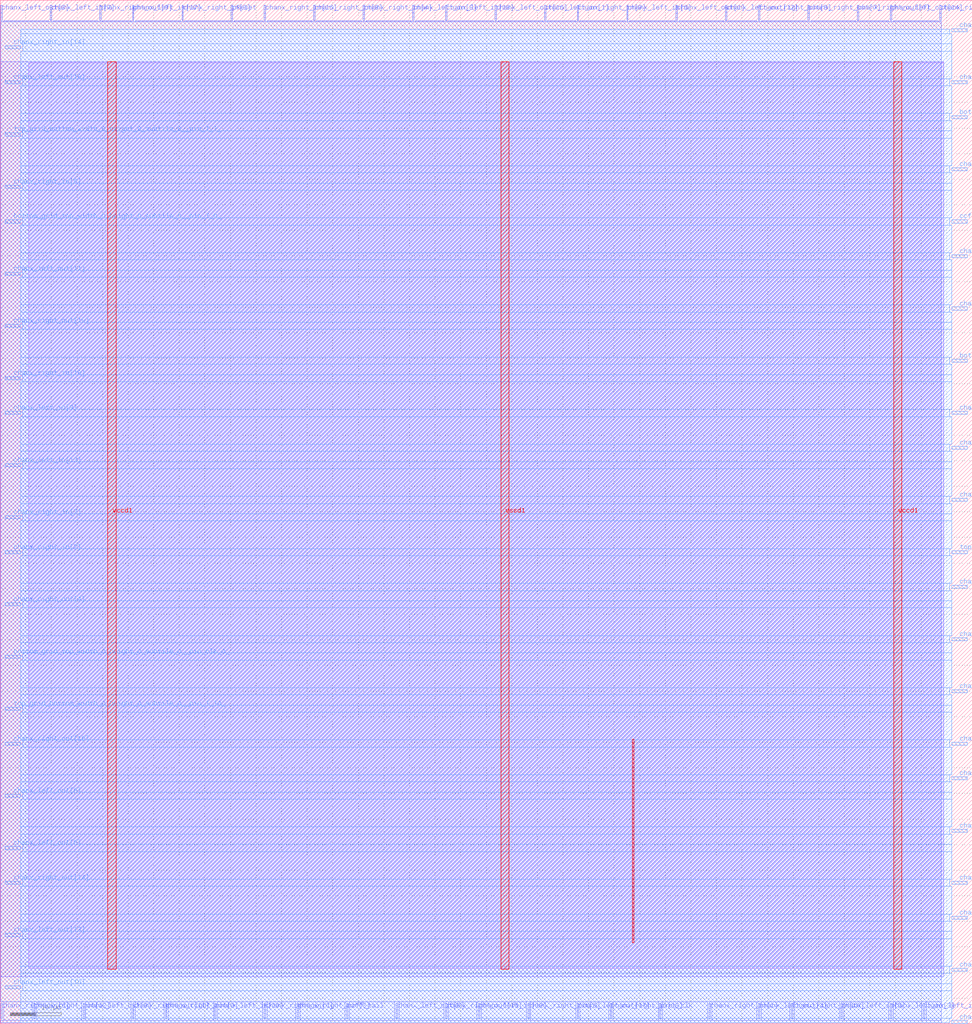
<source format=lef>
VERSION 5.7 ;
  NOWIREEXTENSIONATPIN ON ;
  DIVIDERCHAR "/" ;
  BUSBITCHARS "[]" ;
MACRO cbx_1__1_
  CLASS BLOCK ;
  FOREIGN cbx_1__1_ ;
  ORIGIN 0.000 0.000 ;
  SIZE 190.000 BY 200.000 ;
  PIN bottom_grid_top_width_0_height_0_subtile_0__pin_I_0_
    DIRECTION OUTPUT TRISTATE ;
    USE SIGNAL ;
    PORT
      LAYER met3 ;
        RECT 1.000 156.440 4.000 157.040 ;
    END
  END bottom_grid_top_width_0_height_0_subtile_0__pin_I_0_
  PIN bottom_grid_top_width_0_height_0_subtile_0__pin_I_4_
    DIRECTION OUTPUT TRISTATE ;
    USE SIGNAL ;
    PORT
      LAYER met3 ;
        RECT 186.000 129.240 189.000 129.840 ;
    END
  END bottom_grid_top_width_0_height_0_subtile_0__pin_I_4_
  PIN bottom_grid_top_width_0_height_0_subtile_0__pin_I_8_
    DIRECTION OUTPUT TRISTATE ;
    USE SIGNAL ;
    PORT
      LAYER met3 ;
        RECT 186.000 176.840 189.000 177.440 ;
    END
  END bottom_grid_top_width_0_height_0_subtile_0__pin_I_8_
  PIN bottom_grid_top_width_0_height_0_subtile_0__pin_clk_0_
    DIRECTION OUTPUT TRISTATE ;
    USE SIGNAL ;
    PORT
      LAYER met3 ;
        RECT 1.000 71.440 4.000 72.040 ;
    END
  END bottom_grid_top_width_0_height_0_subtile_0__pin_clk_0_
  PIN ccff_head
    DIRECTION INPUT ;
    USE SIGNAL ;
    PORT
      LAYER met3 ;
        RECT 186.000 156.440 189.000 157.040 ;
    END
  END ccff_head
  PIN ccff_tail
    DIRECTION OUTPUT TRISTATE ;
    USE SIGNAL ;
    PORT
      LAYER met2 ;
        RECT 67.710 1.000 67.990 4.000 ;
    END
  END ccff_tail
  PIN chanx_left_in[0]
    DIRECTION INPUT ;
    USE SIGNAL ;
    PORT
      LAYER met3 ;
        RECT 186.000 37.440 189.000 38.040 ;
    END
  END chanx_left_in[0]
  PIN chanx_left_in[10]
    DIRECTION INPUT ;
    USE SIGNAL ;
    PORT
      LAYER met2 ;
        RECT 41.950 1.000 42.230 4.000 ;
    END
  END chanx_left_in[10]
  PIN chanx_left_in[11]
    DIRECTION INPUT ;
    USE SIGNAL ;
    PORT
      LAYER met3 ;
        RECT 186.000 139.440 189.000 140.040 ;
    END
  END chanx_left_in[11]
  PIN chanx_left_in[12]
    DIRECTION INPUT ;
    USE SIGNAL ;
    PORT
      LAYER met2 ;
        RECT 93.470 1.000 93.750 4.000 ;
    END
  END chanx_left_in[12]
  PIN chanx_left_in[13]
    DIRECTION INPUT ;
    USE SIGNAL ;
    PORT
      LAYER met3 ;
        RECT 1.000 108.840 4.000 109.440 ;
    END
  END chanx_left_in[13]
  PIN chanx_left_in[14]
    DIRECTION INPUT ;
    USE SIGNAL ;
    PORT
      LAYER met3 ;
        RECT 186.000 193.840 189.000 194.440 ;
    END
  END chanx_left_in[14]
  PIN chanx_left_in[15]
    DIRECTION INPUT ;
    USE SIGNAL ;
    PORT
      LAYER met3 ;
        RECT 186.000 119.040 189.000 119.640 ;
    END
  END chanx_left_in[15]
  PIN chanx_left_in[16]
    DIRECTION INPUT ;
    USE SIGNAL ;
    PORT
      LAYER met2 ;
        RECT 180.410 1.000 180.690 4.000 ;
    END
  END chanx_left_in[16]
  PIN chanx_left_in[17]
    DIRECTION INPUT ;
    USE SIGNAL ;
    PORT
      LAYER met2 ;
        RECT 25.850 196.000 26.130 199.000 ;
    END
  END chanx_left_in[17]
  PIN chanx_left_in[18]
    DIRECTION INPUT ;
    USE SIGNAL ;
    PORT
      LAYER met2 ;
        RECT 87.030 196.000 87.310 199.000 ;
    END
  END chanx_left_in[18]
  PIN chanx_left_in[1]
    DIRECTION INPUT ;
    USE SIGNAL ;
    PORT
      LAYER met2 ;
        RECT 106.350 196.000 106.630 199.000 ;
    END
  END chanx_left_in[1]
  PIN chanx_left_in[2]
    DIRECTION INPUT ;
    USE SIGNAL ;
    PORT
      LAYER met3 ;
        RECT 186.000 10.240 189.000 10.840 ;
    END
  END chanx_left_in[2]
  PIN chanx_left_in[3]
    DIRECTION INPUT ;
    USE SIGNAL ;
    PORT
      LAYER met2 ;
        RECT 173.970 1.000 174.250 4.000 ;
    END
  END chanx_left_in[3]
  PIN chanx_left_in[4]
    DIRECTION INPUT ;
    USE SIGNAL ;
    PORT
      LAYER met3 ;
        RECT 186.000 74.840 189.000 75.440 ;
    END
  END chanx_left_in[4]
  PIN chanx_left_in[5]
    DIRECTION INPUT ;
    USE SIGNAL ;
    PORT
      LAYER met2 ;
        RECT 164.310 1.000 164.590 4.000 ;
    END
  END chanx_left_in[5]
  PIN chanx_left_in[6]
    DIRECTION INPUT ;
    USE SIGNAL ;
    PORT
      LAYER met2 ;
        RECT 122.450 196.000 122.730 199.000 ;
    END
  END chanx_left_in[6]
  PIN chanx_left_in[7]
    DIRECTION INPUT ;
    USE SIGNAL ;
    PORT
      LAYER met2 ;
        RECT 9.750 196.000 10.030 199.000 ;
    END
  END chanx_left_in[7]
  PIN chanx_left_in[8]
    DIRECTION INPUT ;
    USE SIGNAL ;
    PORT
      LAYER met2 ;
        RECT 80.590 196.000 80.870 199.000 ;
    END
  END chanx_left_in[8]
  PIN chanx_left_in[9]
    DIRECTION INPUT ;
    USE SIGNAL ;
    PORT
      LAYER met3 ;
        RECT 1.000 119.040 4.000 119.640 ;
    END
  END chanx_left_in[9]
  PIN chanx_left_out[0]
    DIRECTION OUTPUT TRISTATE ;
    USE SIGNAL ;
    PORT
      LAYER met3 ;
        RECT 186.000 149.640 189.000 150.240 ;
    END
  END chanx_left_out[0]
  PIN chanx_left_out[10]
    DIRECTION OUTPUT TRISTATE ;
    USE SIGNAL ;
    PORT
      LAYER met3 ;
        RECT 1.000 6.840 4.000 7.440 ;
    END
  END chanx_left_out[10]
  PIN chanx_left_out[11]
    DIRECTION OUTPUT TRISTATE ;
    USE SIGNAL ;
    PORT
      LAYER met3 ;
        RECT 1.000 146.240 4.000 146.840 ;
    END
  END chanx_left_out[11]
  PIN chanx_left_out[12]
    DIRECTION OUTPUT TRISTATE ;
    USE SIGNAL ;
    PORT
      LAYER met2 ;
        RECT 141.770 196.000 142.050 199.000 ;
    END
  END chanx_left_out[12]
  PIN chanx_left_out[13]
    DIRECTION OUTPUT TRISTATE ;
    USE SIGNAL ;
    PORT
      LAYER met3 ;
        RECT 1.000 17.040 4.000 17.640 ;
    END
  END chanx_left_out[13]
  PIN chanx_left_out[14]
    DIRECTION OUTPUT TRISTATE ;
    USE SIGNAL ;
    PORT
      LAYER met2 ;
        RECT 173.970 196.000 174.250 199.000 ;
    END
  END chanx_left_out[14]
  PIN chanx_left_out[15]
    DIRECTION OUTPUT TRISTATE ;
    USE SIGNAL ;
    PORT
      LAYER met3 ;
        RECT 186.000 85.040 189.000 85.640 ;
    END
  END chanx_left_out[15]
  PIN chanx_left_out[16]
    DIRECTION OUTPUT TRISTATE ;
    USE SIGNAL ;
    PORT
      LAYER met2 ;
        RECT 96.690 196.000 96.970 199.000 ;
    END
  END chanx_left_out[16]
  PIN chanx_left_out[17]
    DIRECTION OUTPUT TRISTATE ;
    USE SIGNAL ;
    PORT
      LAYER met2 ;
        RECT 112.790 1.000 113.070 4.000 ;
    END
  END chanx_left_out[17]
  PIN chanx_left_out[18]
    DIRECTION OUTPUT TRISTATE ;
    USE SIGNAL ;
    PORT
      LAYER met3 ;
        RECT 1.000 183.640 4.000 184.240 ;
    END
  END chanx_left_out[18]
  PIN chanx_left_out[1]
    DIRECTION OUTPUT TRISTATE ;
    USE SIGNAL ;
    PORT
      LAYER met2 ;
        RECT 132.110 196.000 132.390 199.000 ;
    END
  END chanx_left_out[1]
  PIN chanx_left_out[2]
    DIRECTION OUTPUT TRISTATE ;
    USE SIGNAL ;
    PORT
      LAYER met3 ;
        RECT 186.000 64.640 189.000 65.240 ;
    END
  END chanx_left_out[2]
  PIN chanx_left_out[3]
    DIRECTION OUTPUT TRISTATE ;
    USE SIGNAL ;
    PORT
      LAYER met2 ;
        RECT 0.090 196.000 0.370 199.000 ;
    END
  END chanx_left_out[3]
  PIN chanx_left_out[4]
    DIRECTION OUTPUT TRISTATE ;
    USE SIGNAL ;
    PORT
      LAYER met2 ;
        RECT 148.210 1.000 148.490 4.000 ;
    END
  END chanx_left_out[4]
  PIN chanx_left_out[5]
    DIRECTION OUTPUT TRISTATE ;
    USE SIGNAL ;
    PORT
      LAYER met2 ;
        RECT 77.370 1.000 77.650 4.000 ;
    END
  END chanx_left_out[5]
  PIN chanx_left_out[6]
    DIRECTION OUTPUT TRISTATE ;
    USE SIGNAL ;
    PORT
      LAYER met3 ;
        RECT 1.000 34.040 4.000 34.640 ;
    END
  END chanx_left_out[6]
  PIN chanx_left_out[7]
    DIRECTION OUTPUT TRISTATE ;
    USE SIGNAL ;
    PORT
      LAYER met3 ;
        RECT 186.000 166.640 189.000 167.240 ;
    END
  END chanx_left_out[7]
  PIN chanx_left_out[8]
    DIRECTION OUTPUT TRISTATE ;
    USE SIGNAL ;
    PORT
      LAYER met3 ;
        RECT 1.000 44.240 4.000 44.840 ;
    END
  END chanx_left_out[8]
  PIN chanx_left_out[9]
    DIRECTION OUTPUT TRISTATE ;
    USE SIGNAL ;
    PORT
      LAYER met2 ;
        RECT 16.190 1.000 16.470 4.000 ;
    END
  END chanx_left_out[9]
  PIN chanx_right_in[0]
    DIRECTION INPUT ;
    USE SIGNAL ;
    PORT
      LAYER met2 ;
        RECT 51.610 1.000 51.890 4.000 ;
    END
  END chanx_right_in[0]
  PIN chanx_right_in[10]
    DIRECTION INPUT ;
    USE SIGNAL ;
    PORT
      LAYER met2 ;
        RECT 154.650 1.000 154.930 4.000 ;
    END
  END chanx_right_in[10]
  PIN chanx_right_in[11]
    DIRECTION INPUT ;
    USE SIGNAL ;
    PORT
      LAYER met3 ;
        RECT 186.000 54.440 189.000 55.040 ;
    END
  END chanx_right_in[11]
  PIN chanx_right_in[12]
    DIRECTION INPUT ;
    USE SIGNAL ;
    PORT
      LAYER met3 ;
        RECT 186.000 27.240 189.000 27.840 ;
    END
  END chanx_right_in[12]
  PIN chanx_right_in[13]
    DIRECTION INPUT ;
    USE SIGNAL ;
    PORT
      LAYER met2 ;
        RECT 119.230 1.000 119.510 4.000 ;
    END
  END chanx_right_in[13]
  PIN chanx_right_in[14]
    DIRECTION INPUT ;
    USE SIGNAL ;
    PORT
      LAYER met3 ;
        RECT 1.000 190.440 4.000 191.040 ;
    END
  END chanx_right_in[14]
  PIN chanx_right_in[15]
    DIRECTION INPUT ;
    USE SIGNAL ;
    PORT
      LAYER met3 ;
        RECT 186.000 0.040 189.000 0.640 ;
    END
  END chanx_right_in[15]
  PIN chanx_right_in[16]
    DIRECTION INPUT ;
    USE SIGNAL ;
    PORT
      LAYER met2 ;
        RECT 51.610 196.000 51.890 199.000 ;
    END
  END chanx_right_in[16]
  PIN chanx_right_in[17]
    DIRECTION INPUT ;
    USE SIGNAL ;
    PORT
      LAYER met3 ;
        RECT 186.000 47.640 189.000 48.240 ;
    END
  END chanx_right_in[17]
  PIN chanx_right_in[18]
    DIRECTION INPUT ;
    USE SIGNAL ;
    PORT
      LAYER met3 ;
        RECT 1.000 125.840 4.000 126.440 ;
    END
  END chanx_right_in[18]
  PIN chanx_right_in[1]
    DIRECTION INPUT ;
    USE SIGNAL ;
    PORT
      LAYER met2 ;
        RECT 138.550 1.000 138.830 4.000 ;
    END
  END chanx_right_in[1]
  PIN chanx_right_in[2]
    DIRECTION INPUT ;
    USE SIGNAL ;
    PORT
      LAYER met3 ;
        RECT 1.000 91.840 4.000 92.440 ;
    END
  END chanx_right_in[2]
  PIN chanx_right_in[3]
    DIRECTION INPUT ;
    USE SIGNAL ;
    PORT
      LAYER met2 ;
        RECT 35.510 196.000 35.790 199.000 ;
    END
  END chanx_right_in[3]
  PIN chanx_right_in[4]
    DIRECTION INPUT ;
    USE SIGNAL ;
    PORT
      LAYER met2 ;
        RECT 70.930 196.000 71.210 199.000 ;
    END
  END chanx_right_in[4]
  PIN chanx_right_in[5]
    DIRECTION INPUT ;
    USE SIGNAL ;
    PORT
      LAYER met3 ;
        RECT 1.000 163.240 4.000 163.840 ;
    END
  END chanx_right_in[5]
  PIN chanx_right_in[6]
    DIRECTION INPUT ;
    USE SIGNAL ;
    PORT
      LAYER met2 ;
        RECT 0.090 1.000 0.370 4.000 ;
    END
  END chanx_right_in[6]
  PIN chanx_right_in[7]
    DIRECTION INPUT ;
    USE SIGNAL ;
    PORT
      LAYER met3 ;
        RECT 1.000 98.640 4.000 99.240 ;
    END
  END chanx_right_in[7]
  PIN chanx_right_in[8]
    DIRECTION INPUT ;
    USE SIGNAL ;
    PORT
      LAYER met2 ;
        RECT 61.270 196.000 61.550 199.000 ;
    END
  END chanx_right_in[8]
  PIN chanx_right_in[9]
    DIRECTION INPUT ;
    USE SIGNAL ;
    PORT
      LAYER met2 ;
        RECT 112.790 196.000 113.070 199.000 ;
    END
  END chanx_right_in[9]
  PIN chanx_right_out[0]
    DIRECTION OUTPUT TRISTATE ;
    USE SIGNAL ;
    PORT
      LAYER met2 ;
        RECT 167.530 196.000 167.810 199.000 ;
    END
  END chanx_right_out[0]
  PIN chanx_right_out[10]
    DIRECTION OUTPUT TRISTATE ;
    USE SIGNAL ;
    PORT
      LAYER met3 ;
        RECT 1.000 136.040 4.000 136.640 ;
    END
  END chanx_right_out[10]
  PIN chanx_right_out[11]
    DIRECTION OUTPUT TRISTATE ;
    USE SIGNAL ;
    PORT
      LAYER met2 ;
        RECT 25.850 1.000 26.130 4.000 ;
    END
  END chanx_right_out[11]
  PIN chanx_right_out[12]
    DIRECTION OUTPUT TRISTATE ;
    USE SIGNAL ;
    PORT
      LAYER met2 ;
        RECT 6.530 1.000 6.810 4.000 ;
    END
  END chanx_right_out[12]
  PIN chanx_right_out[13]
    DIRECTION OUTPUT TRISTATE ;
    USE SIGNAL ;
    PORT
      LAYER met2 ;
        RECT 183.630 196.000 183.910 199.000 ;
    END
  END chanx_right_out[13]
  PIN chanx_right_out[14]
    DIRECTION OUTPUT TRISTATE ;
    USE SIGNAL ;
    PORT
      LAYER met3 ;
        RECT 1.000 27.240 4.000 27.840 ;
    END
  END chanx_right_out[14]
  PIN chanx_right_out[15]
    DIRECTION OUTPUT TRISTATE ;
    USE SIGNAL ;
    PORT
      LAYER met2 ;
        RECT 87.030 1.000 87.310 4.000 ;
    END
  END chanx_right_out[15]
  PIN chanx_right_out[16]
    DIRECTION OUTPUT TRISTATE ;
    USE SIGNAL ;
    PORT
      LAYER met3 ;
        RECT 186.000 183.640 189.000 184.240 ;
    END
  END chanx_right_out[16]
  PIN chanx_right_out[17]
    DIRECTION OUTPUT TRISTATE ;
    USE SIGNAL ;
    PORT
      LAYER met3 ;
        RECT 186.000 20.440 189.000 21.040 ;
    END
  END chanx_right_out[17]
  PIN chanx_right_out[18]
    DIRECTION OUTPUT TRISTATE ;
    USE SIGNAL ;
    PORT
      LAYER met3 ;
        RECT 1.000 54.440 4.000 55.040 ;
    END
  END chanx_right_out[18]
  PIN chanx_right_out[1]
    DIRECTION OUTPUT TRISTATE ;
    USE SIGNAL ;
    PORT
      LAYER met3 ;
        RECT 186.000 102.040 189.000 102.640 ;
    END
  END chanx_right_out[1]
  PIN chanx_right_out[2]
    DIRECTION OUTPUT TRISTATE ;
    USE SIGNAL ;
    PORT
      LAYER met2 ;
        RECT 32.290 1.000 32.570 4.000 ;
    END
  END chanx_right_out[2]
  PIN chanx_right_out[3]
    DIRECTION OUTPUT TRISTATE ;
    USE SIGNAL ;
    PORT
      LAYER met2 ;
        RECT 58.050 1.000 58.330 4.000 ;
    END
  END chanx_right_out[3]
  PIN chanx_right_out[4]
    DIRECTION OUTPUT TRISTATE ;
    USE SIGNAL ;
    PORT
      LAYER met3 ;
        RECT 1.000 81.640 4.000 82.240 ;
    END
  END chanx_right_out[4]
  PIN chanx_right_out[5]
    DIRECTION OUTPUT TRISTATE ;
    USE SIGNAL ;
    PORT
      LAYER met3 ;
        RECT 186.000 112.240 189.000 112.840 ;
    END
  END chanx_right_out[5]
  PIN chanx_right_out[6]
    DIRECTION OUTPUT TRISTATE ;
    USE SIGNAL ;
    PORT
      LAYER met2 ;
        RECT 103.130 1.000 103.410 4.000 ;
    END
  END chanx_right_out[6]
  PIN chanx_right_out[7]
    DIRECTION OUTPUT TRISTATE ;
    USE SIGNAL ;
    PORT
      LAYER met2 ;
        RECT 157.870 196.000 158.150 199.000 ;
    END
  END chanx_right_out[7]
  PIN chanx_right_out[8]
    DIRECTION OUTPUT TRISTATE ;
    USE SIGNAL ;
    PORT
      LAYER met2 ;
        RECT 148.210 196.000 148.490 199.000 ;
    END
  END chanx_right_out[8]
  PIN chanx_right_out[9]
    DIRECTION OUTPUT TRISTATE ;
    USE SIGNAL ;
    PORT
      LAYER met2 ;
        RECT 19.410 196.000 19.690 199.000 ;
    END
  END chanx_right_out[9]
  PIN pReset
    DIRECTION INPUT ;
    USE SIGNAL ;
    PORT
      LAYER met2 ;
        RECT 45.170 196.000 45.450 199.000 ;
    END
  END pReset
  PIN prog_clk
    DIRECTION INPUT ;
    USE SIGNAL ;
    PORT
      LAYER met2 ;
        RECT 128.890 1.000 129.170 4.000 ;
    END
  END prog_clk
  PIN top_grid_bottom_width_0_height_0_subtile_0__pin_I_10_
    DIRECTION OUTPUT TRISTATE ;
    USE SIGNAL ;
    PORT
      LAYER met3 ;
        RECT 1.000 61.240 4.000 61.840 ;
    END
  END top_grid_bottom_width_0_height_0_subtile_0__pin_I_10_
  PIN top_grid_bottom_width_0_height_0_subtile_0__pin_I_2_
    DIRECTION OUTPUT TRISTATE ;
    USE SIGNAL ;
    PORT
      LAYER met3 ;
        RECT 1.000 173.440 4.000 174.040 ;
    END
  END top_grid_bottom_width_0_height_0_subtile_0__pin_I_2_
  PIN top_grid_bottom_width_0_height_0_subtile_0__pin_I_6_
    DIRECTION OUTPUT TRISTATE ;
    USE SIGNAL ;
    PORT
      LAYER met3 ;
        RECT 186.000 91.840 189.000 92.440 ;
    END
  END top_grid_bottom_width_0_height_0_subtile_0__pin_I_6_
  PIN vccd1
    DIRECTION INOUT ;
    USE POWER ;
    PORT
      LAYER met4 ;
        RECT 21.040 10.640 22.640 187.920 ;
    END
    PORT
      LAYER met4 ;
        RECT 174.640 10.640 176.240 187.920 ;
    END
  END vccd1
  PIN vssd1
    DIRECTION INOUT ;
    USE GROUND ;
    PORT
      LAYER met4 ;
        RECT 97.840 10.640 99.440 187.920 ;
    END
  END vssd1
  OBS
      LAYER li1 ;
        RECT 5.520 10.795 184.460 187.765 ;
      LAYER met1 ;
        RECT 0.070 9.220 184.460 187.920 ;
      LAYER met2 ;
        RECT 0.650 195.720 9.470 196.000 ;
        RECT 10.310 195.720 19.130 196.000 ;
        RECT 19.970 195.720 25.570 196.000 ;
        RECT 26.410 195.720 35.230 196.000 ;
        RECT 36.070 195.720 44.890 196.000 ;
        RECT 45.730 195.720 51.330 196.000 ;
        RECT 52.170 195.720 60.990 196.000 ;
        RECT 61.830 195.720 70.650 196.000 ;
        RECT 71.490 195.720 80.310 196.000 ;
        RECT 81.150 195.720 86.750 196.000 ;
        RECT 87.590 195.720 96.410 196.000 ;
        RECT 97.250 195.720 106.070 196.000 ;
        RECT 106.910 195.720 112.510 196.000 ;
        RECT 113.350 195.720 122.170 196.000 ;
        RECT 123.010 195.720 131.830 196.000 ;
        RECT 132.670 195.720 141.490 196.000 ;
        RECT 142.330 195.720 147.930 196.000 ;
        RECT 148.770 195.720 157.590 196.000 ;
        RECT 158.430 195.720 167.250 196.000 ;
        RECT 168.090 195.720 173.690 196.000 ;
        RECT 174.530 195.720 183.350 196.000 ;
        RECT 0.100 4.280 183.900 195.720 ;
        RECT 0.650 0.720 6.250 4.280 ;
        RECT 7.090 0.720 15.910 4.280 ;
        RECT 16.750 0.720 25.570 4.280 ;
        RECT 26.410 0.720 32.010 4.280 ;
        RECT 32.850 0.720 41.670 4.280 ;
        RECT 42.510 0.720 51.330 4.280 ;
        RECT 52.170 0.720 57.770 4.280 ;
        RECT 58.610 0.720 67.430 4.280 ;
        RECT 68.270 0.720 77.090 4.280 ;
        RECT 77.930 0.720 86.750 4.280 ;
        RECT 87.590 0.720 93.190 4.280 ;
        RECT 94.030 0.720 102.850 4.280 ;
        RECT 103.690 0.720 112.510 4.280 ;
        RECT 113.350 0.720 118.950 4.280 ;
        RECT 119.790 0.720 128.610 4.280 ;
        RECT 129.450 0.720 138.270 4.280 ;
        RECT 139.110 0.720 147.930 4.280 ;
        RECT 148.770 0.720 154.370 4.280 ;
        RECT 155.210 0.720 164.030 4.280 ;
        RECT 164.870 0.720 173.690 4.280 ;
        RECT 174.530 0.720 180.130 4.280 ;
        RECT 180.970 0.720 183.900 4.280 ;
        RECT 0.100 0.155 183.900 0.720 ;
      LAYER met3 ;
        RECT 4.000 193.440 185.600 194.305 ;
        RECT 4.000 191.440 186.000 193.440 ;
        RECT 4.400 190.040 186.000 191.440 ;
        RECT 4.000 184.640 186.000 190.040 ;
        RECT 4.400 183.240 185.600 184.640 ;
        RECT 4.000 177.840 186.000 183.240 ;
        RECT 4.000 176.440 185.600 177.840 ;
        RECT 4.000 174.440 186.000 176.440 ;
        RECT 4.400 173.040 186.000 174.440 ;
        RECT 4.000 167.640 186.000 173.040 ;
        RECT 4.000 166.240 185.600 167.640 ;
        RECT 4.000 164.240 186.000 166.240 ;
        RECT 4.400 162.840 186.000 164.240 ;
        RECT 4.000 157.440 186.000 162.840 ;
        RECT 4.400 156.040 185.600 157.440 ;
        RECT 4.000 150.640 186.000 156.040 ;
        RECT 4.000 149.240 185.600 150.640 ;
        RECT 4.000 147.240 186.000 149.240 ;
        RECT 4.400 145.840 186.000 147.240 ;
        RECT 4.000 140.440 186.000 145.840 ;
        RECT 4.000 139.040 185.600 140.440 ;
        RECT 4.000 137.040 186.000 139.040 ;
        RECT 4.400 135.640 186.000 137.040 ;
        RECT 4.000 130.240 186.000 135.640 ;
        RECT 4.000 128.840 185.600 130.240 ;
        RECT 4.000 126.840 186.000 128.840 ;
        RECT 4.400 125.440 186.000 126.840 ;
        RECT 4.000 120.040 186.000 125.440 ;
        RECT 4.400 118.640 185.600 120.040 ;
        RECT 4.000 113.240 186.000 118.640 ;
        RECT 4.000 111.840 185.600 113.240 ;
        RECT 4.000 109.840 186.000 111.840 ;
        RECT 4.400 108.440 186.000 109.840 ;
        RECT 4.000 103.040 186.000 108.440 ;
        RECT 4.000 101.640 185.600 103.040 ;
        RECT 4.000 99.640 186.000 101.640 ;
        RECT 4.400 98.240 186.000 99.640 ;
        RECT 4.000 92.840 186.000 98.240 ;
        RECT 4.400 91.440 185.600 92.840 ;
        RECT 4.000 86.040 186.000 91.440 ;
        RECT 4.000 84.640 185.600 86.040 ;
        RECT 4.000 82.640 186.000 84.640 ;
        RECT 4.400 81.240 186.000 82.640 ;
        RECT 4.000 75.840 186.000 81.240 ;
        RECT 4.000 74.440 185.600 75.840 ;
        RECT 4.000 72.440 186.000 74.440 ;
        RECT 4.400 71.040 186.000 72.440 ;
        RECT 4.000 65.640 186.000 71.040 ;
        RECT 4.000 64.240 185.600 65.640 ;
        RECT 4.000 62.240 186.000 64.240 ;
        RECT 4.400 60.840 186.000 62.240 ;
        RECT 4.000 55.440 186.000 60.840 ;
        RECT 4.400 54.040 185.600 55.440 ;
        RECT 4.000 48.640 186.000 54.040 ;
        RECT 4.000 47.240 185.600 48.640 ;
        RECT 4.000 45.240 186.000 47.240 ;
        RECT 4.400 43.840 186.000 45.240 ;
        RECT 4.000 38.440 186.000 43.840 ;
        RECT 4.000 37.040 185.600 38.440 ;
        RECT 4.000 35.040 186.000 37.040 ;
        RECT 4.400 33.640 186.000 35.040 ;
        RECT 4.000 28.240 186.000 33.640 ;
        RECT 4.400 26.840 185.600 28.240 ;
        RECT 4.000 21.440 186.000 26.840 ;
        RECT 4.000 20.040 185.600 21.440 ;
        RECT 4.000 18.040 186.000 20.040 ;
        RECT 4.400 16.640 186.000 18.040 ;
        RECT 4.000 11.240 186.000 16.640 ;
        RECT 4.000 9.840 185.600 11.240 ;
        RECT 4.000 7.840 186.000 9.840 ;
        RECT 4.400 6.440 186.000 7.840 ;
        RECT 4.000 1.040 186.000 6.440 ;
        RECT 4.000 0.175 185.600 1.040 ;
      LAYER met4 ;
        RECT 123.575 15.815 123.905 55.585 ;
  END
END cbx_1__1_
END LIBRARY


</source>
